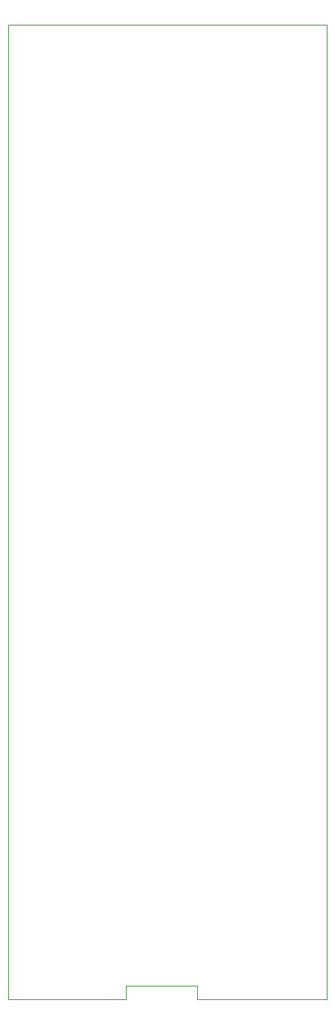
<source format=gm1>
G04 #@! TF.GenerationSoftware,KiCad,Pcbnew,8.0.6*
G04 #@! TF.CreationDate,2025-01-21T22:00:03+01:00*
G04 #@! TF.ProjectId,storm_distance_meter,73746f72-6d5f-4646-9973-74616e63655f,1*
G04 #@! TF.SameCoordinates,Original*
G04 #@! TF.FileFunction,Profile,NP*
%FSLAX46Y46*%
G04 Gerber Fmt 4.6, Leading zero omitted, Abs format (unit mm)*
G04 Created by KiCad (PCBNEW 8.0.6) date 2025-01-21 22:00:03*
%MOMM*%
%LPD*%
G01*
G04 APERTURE LIST*
G04 #@! TA.AperFunction,Profile*
%ADD10C,0.050000*%
G04 #@! TD*
G04 APERTURE END LIST*
D10*
X150000000Y-141000000D02*
X164700000Y-141000000D01*
X150000000Y-139500000D02*
X150000000Y-141000000D01*
X142000000Y-139500000D02*
X150000000Y-139500000D01*
X142000000Y-141000000D02*
X142000000Y-139500000D01*
X128700000Y-141000000D02*
X142000000Y-141000000D01*
X164700000Y-31000000D02*
X128700000Y-31000000D01*
X164700000Y-141000000D02*
X164700000Y-31000000D01*
X128700000Y-31000000D02*
X128700000Y-141000000D01*
M02*

</source>
